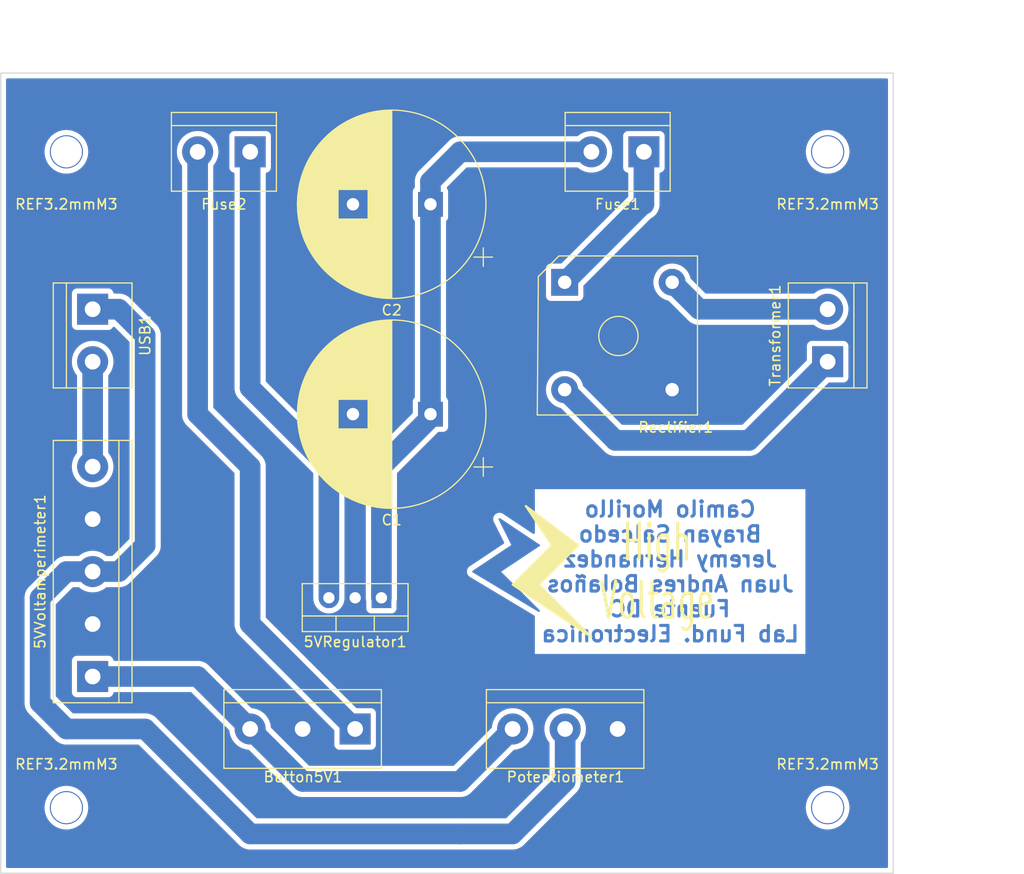
<source format=kicad_pcb>
(kicad_pcb (version 20211014) (generator pcbnew)
  (layers (0 "F.Cu" signal) (31 "B.Cu" signal) (36 "B.SilkS" user "B.Silkscreen") (37 "F.SilkS" user "F.Silkscreen") (38 "B.Mask" user) (39 "F.Mask" user) (44 "Edge.Cuts" user))
  (net 0 "")
  (net 1 "ROut")
  (net 2 "GND")
  (net 3 "5VOut")
  (net 4 "GNDUSB")
  (net 5 "5VB")
  (net 6 "5VVA")
  (net 7 "5V")
  (net 8 "Net-(Fuse1-Pad1)")
  (net 9 "12V")
  (net 10 "0")
  (footprint "TerminalBlock:TerminalBlock_bornier-3_P5.08mm" (layer "F.Cu") (at 152.4 101.6 180)
    (fp_text reference "Potentiometer1" (at 5.05 -4.65) (layer "F.SilkS"))
    (fp_text value "R_Potentiometer")
    (pad "1" thru_hole rect (at 0 0 180) (size 3 3) (drill 1.52) (layers *.Cu *.Mask) (net 2 "GND"))
    (pad "2" thru_hole circle (at 5.08 0 180) (size 3 3) (drill 1.52) (layers *.Cu *.Mask) (net 6 "5VVA"))
    (pad "3" thru_hole circle (at 10.16 0 180) (size 3 3) (drill 1.52) (layers *.Cu *.Mask) (net 5 "5VB"))
  )
  (footprint "MountingHole:MountingHole_3.2mm_M3" (layer "F.Cu") (at 99.06 45.72)
    (fp_text reference "REF3.2mmM3" (at 0 5.08) (layer "F.SilkS"))
    (fp_text value "MountingHole_3.2mm_M3")
    (pad "" np_thru_hole circle (at 0 0) (size 3.2 3.2) (drill 3) (layers F&B.Cu *.Mask))
  )
  (footprint "Capacitor_THT:CP_Radial_D18.0mm_P7.50mm" (layer "F.Cu") (at 134.28778 50.8 180)
    (fp_text reference "C2" (at 3.75 -10.25) (layer "F.SilkS"))
    (fp_text value "4700uF")
    (pad "1" thru_hole rect (at 0 0 180) (size 2.4 2.4) (drill 1.2) (layers *.Cu *.Mask) (net 1 "ROut"))
    (pad "2" thru_hole circle (at 7.5 0 180) (size 2.4 2.4) (drill 1.2) (layers *.Cu *.Mask) (net 2 "GND"))
  )
  (footprint "TerminalBlock:TerminalBlock_bornier-2_P5.08mm" (layer "F.Cu") (at 116.84 45.72 180)
    (fp_text reference "Fuse2" (at 2.54 -5.08) (layer "F.SilkS"))
    (fp_text value "Screw_Terminal_01x02")
    (pad "1" thru_hole rect (at 0 0 180) (size 3 3) (drill 1.52) (layers *.Cu *.Mask) (net 3 "5VOut"))
    (pad "2" thru_hole circle (at 5.08 0 180) (size 3 3) (drill 1.52) (layers *.Cu *.Mask) (net 7 "5V"))
  )
  (footprint "Diode_THT:Diode_Bridge_Vishay_KBPC6" (layer "F.Cu") (at 147.275 58.35)
    (fp_text reference "Rectifier1" (at 10.75 14.05 180) (layer "F.SilkS"))
    (fp_text value "VS-KBPC606")
    (pad "1" thru_hole rect (at 0 0) (size 2.6 2.6) (drill 1.3) (layers *.Cu *.Mask) (net 8 "Net-(Fuse1-Pad1)"))
    (pad "2" thru_hole circle (at 0 10.4) (size 2.6 2.6) (drill 1.3) (layers *.Cu *.Mask) (net 9 "12V"))
    (pad "3" thru_hole circle (at 10.4 10.4) (size 2.6 2.6) (drill 1.3) (layers *.Cu *.Mask) (net 2 "GND"))
    (pad "4" thru_hole circle (at 10.4 0) (size 2.6 2.6) (drill 1.3) (layers *.Cu *.Mask) (net 10 "0"))
  )
  (footprint "TerminalBlock:TerminalBlock_bornier-2_P5.08mm" (layer "F.Cu") (at 101.6 60.96 -90)
    (fp_text reference "USB1" (at 2.54 -5.08 90) (layer "F.SilkS"))
    (fp_text value "Screw_Terminal_01x02")
    (pad "1" thru_hole rect (at 0 0 270) (size 3 3) (drill 1.52) (layers *.Cu *.Mask) (net 6 "5VVA"))
    (pad "2" thru_hole circle (at 5.08 0 270) (size 3 3) (drill 1.52) (layers *.Cu *.Mask) (net 4 "GNDUSB"))
  )
  (footprint "TerminalBlock:TerminalBlock_bornier-2_P5.08mm" (layer "F.Cu") (at 172.72 66.04 90)
    (fp_text reference "Transformer1" (at 2.54 -5.08 90) (layer "F.SilkS"))
    (fp_text value "Screw_Terminal_01x02")
    (pad "1" thru_hole rect (at 0 0 90) (size 3 3) (drill 1.52) (layers *.Cu *.Mask) (net 9 "12V"))
    (pad "2" thru_hole circle (at 5.08 0 90) (size 3 3) (drill 1.52) (layers *.Cu *.Mask) (net 10 "0"))
  )
  (footprint "TerminalBlock:TerminalBlock_bornier-2_P5.08mm" (layer "F.Cu") (at 154.94 45.72 180)
    (fp_text reference "Fuse1" (at 2.54 -5.08) (layer "F.SilkS"))
    (fp_text value "Screw_Terminal_01x02")
    (pad "1" thru_hole rect (at 0 0 180) (size 3 3) (drill 1.52) (layers *.Cu *.Mask) (net 8 "Net-(Fuse1-Pad1)"))
    (pad "2" thru_hole circle (at 5.08 0 180) (size 3 3) (drill 1.52) (layers *.Cu *.Mask) (net 1 "ROut"))
  )
  (footprint "MountingHole:MountingHole_3.2mm_M3" (layer "F.Cu") (at 172.72 109.22)
    (fp_text reference "REF3.2mmM3" (at 0 -4.2) (layer "F.SilkS"))
    (fp_text value "MountingHole_3.2mm_M3")
    (pad "" np_thru_hole circle (at 0 0) (size 3.2 3.2) (drill 3) (layers F&B.Cu *.Mask))
  )
  (footprint "TerminalBlock:TerminalBlock_bornier-5_P5.08mm" (layer "F.Cu") (at 101.6 96.52 90)
    (fp_text reference "5VVoltamperimeter1" (at 10.15 -5.08 90) (layer "F.SilkS"))
    (fp_text value "Screw_Terminal_01x05")
    (pad "1" thru_hole rect (at 0 0 90) (size 3 3) (drill 1.52) (layers *.Cu *.Mask) (net 5 "5VB"))
    (pad "2" thru_hole circle (at 5.08 0 90) (size 3 3) (drill 1.52) (layers *.Cu *.Mask) (net 2 "GND"))
    (pad "3" thru_hole circle (at 10.16 0 90) (size 3 3) (drill 1.52) (layers *.Cu *.Mask) (net 6 "5VVA"))
    (pad "4" thru_hole circle (at 15.24 0 90) (size 3 3) (drill 1.52) (layers *.Cu *.Mask) (net 2 "GND"))
    (pad "5" thru_hole circle (at 20.32 0 90) (size 3 3) (drill 1.52) (layers *.Cu *.Mask) (net 4 "GNDUSB"))
  )
  (footprint "TerminalBlock:TerminalBlock_bornier-3_P5.08mm" (layer "F.Cu") (at 127 101.6 180)
    (fp_text reference "Button5V1" (at 5.05 -4.65) (layer "F.SilkS"))
    (fp_text value "Screw_Terminal_01x03")
    (pad "1" thru_hole rect (at 0 0 180) (size 3 3) (drill 1.52) (layers *.Cu *.Mask) (net 7 "5V"))
    (pad "2" thru_hole circle (at 5.08 0 180) (size 3 3) (drill 1.52) (layers *.Cu *.Mask) (net 2 "GND"))
    (pad "3" thru_hole circle (at 10.16 0 180) (size 3 3) (drill 1.52) (layers *.Cu *.Mask) (net 5 "5VB"))
  )
  (footprint "MountingHole:MountingHole_3.2mm_M3" (layer "F.Cu") (at 172.72 45.72)
    (fp_text reference "REF3.2mmM3" (at 0 5.08) (layer "F.SilkS"))
    (fp_text value "MountingHole_3.2mm_M3")
    (pad "" np_thru_hole circle (at 0 0) (size 3.2 3.2) (drill 3) (layers F&B.Cu *.Mask))
  )
  (footprint "MountingHole:MountingHole_3.2mm_M3" (layer "F.Cu") (at 99.06 109.22)
    (fp_text reference "REF3.2mmM3" (at 0 -4.2) (layer "F.SilkS"))
    (fp_text value "MountingHole_3.2mm_M3")
    (pad "" np_thru_hole circle (at 0 0) (size 3.2 3.2) (drill 3) (layers F&B.Cu *.Mask))
  )
  (footprint "Package_TO_SOT_THT:TO-220-3_Vertical" (layer "F.Cu") (at 129.54 88.9 180)
    (fp_text reference "5VRegulator1" (at 2.54 -4.27) (layer "F.SilkS"))
    (fp_text value "LM7805_TO220")
    (pad "1" thru_hole rect (at 0 0 180) (size 1.905 2) (drill 1.1) (layers *.Cu *.Mask) (net 1 "ROut"))
    (pad "2" thru_hole oval (at 2.54 0 180) (size 1.905 2) (drill 1.1) (layers *.Cu *.Mask) (net 2 "GND"))
    (pad "3" thru_hole oval (at 5.08 0 180) (size 1.905 2) (drill 1.1) (layers *.Cu *.Mask) (net 3 "5VOut"))
  )
  (footprint "Capacitor_THT:CP_Radial_D18.0mm_P7.50mm" (layer "F.Cu") (at 134.28778 71.12 180)
    (fp_text reference "C1" (at 3.75 -10.25) (layer "F.SilkS"))
    (fp_text value "4700uF")
    (pad "1" thru_hole rect (at 0 0 180) (size 2.4 2.4) (drill 1.2) (layers *.Cu *.Mask) (net 1 "ROut"))
    (pad "2" thru_hole circle (at 7.5 0 180) (size 2.4 2.4) (drill 1.2) (layers *.Cu *.Mask) (net 2 "GND"))
  )
  (gr_poly (pts (xy 144.78 83.82) (xy 140.97 86.36) (xy 144.78 90.17) (xy 138.43 86.36) (xy 142.24 83.82) (xy 140.97 81.28)) (layer "B.Cu") (width 0.2) (fill solid))
  (gr_poly (pts (xy 148.59 83.82) (xy 144.78 87.63) (xy 149.86 92.71) (xy 142.24 87.63) (xy 146.05 83.82) (xy 143.51 80.01)) (layer "F.SilkS") (width 0.2) (fill solid))
  (gr_poly (pts (xy 179.07 115.57) (xy 92.71 115.57) (xy 92.71 38.1) (xy 179.07 38.1)) (layer "Edge.Cuts") (width 0.1) (fill none))
  (gr_text "Camilo Morillo\nBrayan Salcedo\nJeremy Hernandez\nJuan Andres Bolaños\nFuente DC\nLab Fund. Electronica" (at 157.48 86.36) (layer "B.Cu") (effects (font (size 1.5 1.5) (thickness 0.3)) (justify mirror)))
  (gr_text "High\nVoltage" (at 156.21 86.36) (layer "F.SilkS") (effects (font (size 3.5 2) (thickness 0.3))))
  (segment (start 134.28778 50.8) (end 134.28778 71.12) (width 2) (layer "B.Cu") (net 1))
  (segment (start 149.86 45.72) (end 137.16 45.72) (width 2) (layer "B.Cu") (net 1))
  (segment (start 129.54 76.2) (end 129.54 88.9) (width 2) (layer "B.Cu") (net 1))
  (segment (start 137.16 45.72) (end 134.28778 48.59222) (width 2) (layer "B.Cu") (net 1))
  (segment (start 134.28778 71.12) (end 134.28778 71.45222) (width 2) (layer "B.Cu") (net 1))
  (segment (start 134.28778 71.45222) (end 129.54 76.2) (width 2) (layer "B.Cu") (net 1))
  (segment (start 134.28778 48.59222) (end 134.28778 50.8) (width 2) (layer "B.Cu") (net 1))
  (segment (start 124.46 76.2) (end 116.84 68.58) (width 2) (layer "B.Cu") (net 3))
  (segment (start 124.46 88.9) (end 124.46 76.2) (width 2) (layer "B.Cu") (net 3))
  (segment (start 116.84 68.58) (end 116.84 45.72) (width 2) (layer "B.Cu") (net 3))
  (segment (start 101.6 76.2) (end 101.6 66.04) (width 2) (layer "B.Cu") (net 4))
  (segment (start 137.16 106.68) (end 121.92 106.68) (width 2) (layer "B.Cu") (net 5))
  (segment (start 121.92 106.68) (end 116.84 101.6) (width 2) (layer "B.Cu") (net 5))
  (segment (start 116.84 101.6) (end 111.76 96.52) (width 2) (layer "B.Cu") (net 5))
  (segment (start 142.24 101.6) (end 137.16 106.68) (width 2) (layer "B.Cu") (net 5))
  (segment (start 111.76 96.52) (end 101.6 96.52) (width 2) (layer "B.Cu") (net 5))
  (segment (start 106.68 63.5) (end 104.14 60.96) (width 2) (layer "B.Cu") (net 6))
  (segment (start 137.16 111.76) (end 116.84 111.76) (width 2) (layer "B.Cu") (net 6))
  (segment (start 99.06 86.36) (end 101.6 86.36) (width 2) (layer "B.Cu") (net 6))
  (segment (start 116.84 111.76) (end 106.68 101.6) (width 2) (layer "B.Cu") (net 6))
  (segment (start 96.52 99.06) (end 96.52 88.9) (width 2) (layer "B.Cu") (net 6))
  (segment (start 101.6 86.36) (end 104.14 86.36) (width 2) (layer "B.Cu") (net 6))
  (segment (start 106.68 101.6) (end 99.06 101.6) (width 2) (layer "B.Cu") (net 6))
  (segment (start 106.68 83.82) (end 106.68 63.5) (width 2) (layer "B.Cu") (net 6))
  (segment (start 104.14 60.96) (end 101.6 60.96) (width 2) (layer "B.Cu") (net 6))
  (segment (start 147.32 101.6) (end 147.32 106.68) (width 2) (layer "B.Cu") (net 6))
  (segment (start 147.32 106.68) (end 142.24 111.76) (width 2) (layer "B.Cu") (net 6))
  (segment (start 99.06 101.6) (end 96.52 99.06) (width 2) (layer "B.Cu") (net 6))
  (segment (start 142.24 111.76) (end 137.16 111.76) (width 2) (layer "B.Cu") (net 6))
  (segment (start 96.52 88.9) (end 99.06 86.36) (width 2) (layer "B.Cu") (net 6))
  (segment (start 104.14 86.36) (end 106.68 83.82) (width 2) (layer "B.Cu") (net 6))
  (segment (start 111.76 71.12) (end 111.76 45.72) (width 2) (layer "B.Cu") (net 7))
  (segment (start 116.84 76.2) (end 111.76 71.12) (width 2) (layer "B.Cu") (net 7))
  (segment (start 127 101.6) (end 116.84 91.44) (width 2) (layer "B.Cu") (net 7))
  (segment (start 116.84 91.44) (end 116.84 76.2) (width 2) (layer "B.Cu") (net 7))
  (segment (start 154.94 50.8) (end 154.94 45.72) (width 2) (layer "B.Cu") (net 8))
  (segment (start 147.275 58.35) (end 154.825 50.8) (width 2) (layer "B.Cu") (net 8))
  (segment (start 154.825 50.8) (end 154.94 50.8) (width 2) (layer "B.Cu") (net 8))
  (segment (start 165.1 73.66) (end 152.185 73.66) (width 2) (layer "B.Cu") (net 9))
  (segment (start 152.185 73.66) (end 147.275 68.75) (width 2) (layer "B.Cu") (net 9))
  (segment (start 172.72 66.04) (end 165.1 73.66) (width 2) (layer "B.Cu") (net 9))
  (segment (start 160.285 60.96) (end 157.675 58.35) (width 2) (layer "B.Cu") (net 10))
  (segment (start 172.72 60.96) (end 160.285 60.96) (width 2) (layer "B.Cu") (net 10))
  (zone (net 2) (net_name "GND") (layer "B.Cu") (connect_pads yes (clearance 0.508)) (min_thickness 0.254) (fill yes (thermal_gap 0.45) (thermal_bridge_width 0.45))
    (polygon (pts (xy 179.07 115.57) (xy 92.71 115.57) (xy 92.71 38.1) (xy 179.07 38.1)))
  )
)
</source>
